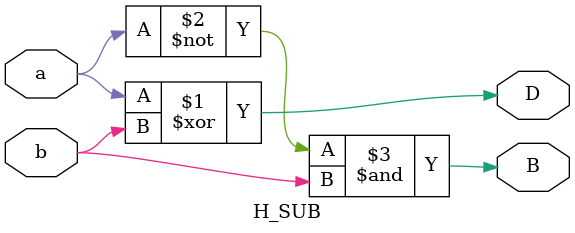
<source format=v>
`timescale 1ns / 1ps


module H_SUB(input a, b,output D, B);
assign D=a^b;
assign B= ~a & b;

endmodule

</source>
